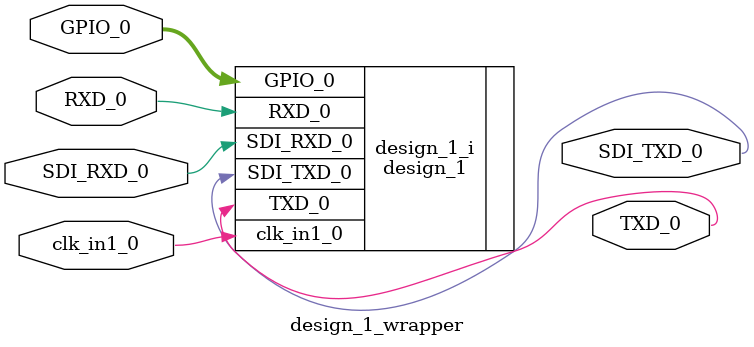
<source format=v>
`timescale 1 ps / 1 ps

module design_1_wrapper
   (GPIO_0,
    RXD_0,
    SDI_RXD_0,
    SDI_TXD_0,
    TXD_0,
    clk_in1_0);
  inout [7:0]GPIO_0;
  input RXD_0;
  input SDI_RXD_0;
  output SDI_TXD_0;
  output TXD_0;
  input clk_in1_0;

  wire [7:0]GPIO_0;
  wire RXD_0;
  wire SDI_RXD_0;
  wire SDI_TXD_0;
  wire TXD_0;
  wire clk_in1_0;

  design_1 design_1_i
       (.GPIO_0(GPIO_0),
        .RXD_0(RXD_0),
        .SDI_RXD_0(SDI_RXD_0),
        .SDI_TXD_0(SDI_TXD_0),
        .TXD_0(TXD_0),
        .clk_in1_0(clk_in1_0));
endmodule

</source>
